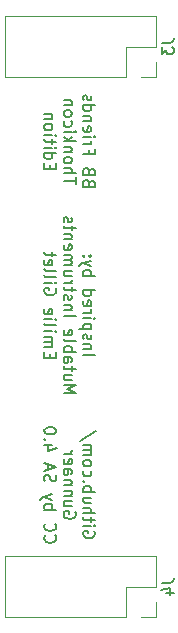
<source format=gbr>
%TF.GenerationSoftware,KiCad,Pcbnew,(5.1.6)-1*%
%TF.CreationDate,2020-10-18T20:28:26+13:00*%
%TF.ProjectId,Jacks onboard,4a61636b-7320-46f6-9e62-6f6172642e6b,rev?*%
%TF.SameCoordinates,Original*%
%TF.FileFunction,Legend,Bot*%
%TF.FilePolarity,Positive*%
%FSLAX46Y46*%
G04 Gerber Fmt 4.6, Leading zero omitted, Abs format (unit mm)*
G04 Created by KiCad (PCBNEW (5.1.6)-1) date 2020-10-18 20:28:26*
%MOMM*%
%LPD*%
G01*
G04 APERTURE LIST*
%ADD10C,0.150000*%
%ADD11C,0.120000*%
G04 APERTURE END LIST*
D10*
X184050000Y-93128571D02*
X184097619Y-93223809D01*
X184097619Y-93366666D01*
X184050000Y-93509523D01*
X183954761Y-93604761D01*
X183859523Y-93652380D01*
X183669047Y-93700000D01*
X183526190Y-93700000D01*
X183335714Y-93652380D01*
X183240476Y-93604761D01*
X183145238Y-93509523D01*
X183097619Y-93366666D01*
X183097619Y-93271428D01*
X183145238Y-93128571D01*
X183192857Y-93080952D01*
X183526190Y-93080952D01*
X183526190Y-93271428D01*
X183097619Y-92652380D02*
X183764285Y-92652380D01*
X184097619Y-92652380D02*
X184050000Y-92700000D01*
X184002380Y-92652380D01*
X184050000Y-92604761D01*
X184097619Y-92652380D01*
X184002380Y-92652380D01*
X183764285Y-92319047D02*
X183764285Y-91938095D01*
X184097619Y-92176190D02*
X183240476Y-92176190D01*
X183145238Y-92128571D01*
X183097619Y-92033333D01*
X183097619Y-91938095D01*
X183097619Y-91604761D02*
X184097619Y-91604761D01*
X183097619Y-91176190D02*
X183621428Y-91176190D01*
X183716666Y-91223809D01*
X183764285Y-91319047D01*
X183764285Y-91461904D01*
X183716666Y-91557142D01*
X183669047Y-91604761D01*
X183764285Y-90271428D02*
X183097619Y-90271428D01*
X183764285Y-90700000D02*
X183240476Y-90700000D01*
X183145238Y-90652380D01*
X183097619Y-90557142D01*
X183097619Y-90414285D01*
X183145238Y-90319047D01*
X183192857Y-90271428D01*
X183097619Y-89795238D02*
X184097619Y-89795238D01*
X183716666Y-89795238D02*
X183764285Y-89700000D01*
X183764285Y-89509523D01*
X183716666Y-89414285D01*
X183669047Y-89366666D01*
X183573809Y-89319047D01*
X183288095Y-89319047D01*
X183192857Y-89366666D01*
X183145238Y-89414285D01*
X183097619Y-89509523D01*
X183097619Y-89700000D01*
X183145238Y-89795238D01*
X183192857Y-88890476D02*
X183145238Y-88842857D01*
X183097619Y-88890476D01*
X183145238Y-88938095D01*
X183192857Y-88890476D01*
X183097619Y-88890476D01*
X183145238Y-87985714D02*
X183097619Y-88080952D01*
X183097619Y-88271428D01*
X183145238Y-88366666D01*
X183192857Y-88414285D01*
X183288095Y-88461904D01*
X183573809Y-88461904D01*
X183669047Y-88414285D01*
X183716666Y-88366666D01*
X183764285Y-88271428D01*
X183764285Y-88080952D01*
X183716666Y-87985714D01*
X183097619Y-87414285D02*
X183145238Y-87509523D01*
X183192857Y-87557142D01*
X183288095Y-87604761D01*
X183573809Y-87604761D01*
X183669047Y-87557142D01*
X183716666Y-87509523D01*
X183764285Y-87414285D01*
X183764285Y-87271428D01*
X183716666Y-87176190D01*
X183669047Y-87128571D01*
X183573809Y-87080952D01*
X183288095Y-87080952D01*
X183192857Y-87128571D01*
X183145238Y-87176190D01*
X183097619Y-87271428D01*
X183097619Y-87414285D01*
X183097619Y-86652380D02*
X183764285Y-86652380D01*
X183669047Y-86652380D02*
X183716666Y-86604761D01*
X183764285Y-86509523D01*
X183764285Y-86366666D01*
X183716666Y-86271428D01*
X183621428Y-86223809D01*
X183097619Y-86223809D01*
X183621428Y-86223809D02*
X183716666Y-86176190D01*
X183764285Y-86080952D01*
X183764285Y-85938095D01*
X183716666Y-85842857D01*
X183621428Y-85795238D01*
X183097619Y-85795238D01*
X184145238Y-84604761D02*
X182859523Y-85461904D01*
X182400000Y-91485714D02*
X182447619Y-91580952D01*
X182447619Y-91723809D01*
X182400000Y-91866666D01*
X182304761Y-91961904D01*
X182209523Y-92009523D01*
X182019047Y-92057142D01*
X181876190Y-92057142D01*
X181685714Y-92009523D01*
X181590476Y-91961904D01*
X181495238Y-91866666D01*
X181447619Y-91723809D01*
X181447619Y-91628571D01*
X181495238Y-91485714D01*
X181542857Y-91438095D01*
X181876190Y-91438095D01*
X181876190Y-91628571D01*
X182114285Y-90580952D02*
X181447619Y-90580952D01*
X182114285Y-91009523D02*
X181590476Y-91009523D01*
X181495238Y-90961904D01*
X181447619Y-90866666D01*
X181447619Y-90723809D01*
X181495238Y-90628571D01*
X181542857Y-90580952D01*
X182114285Y-90104761D02*
X181447619Y-90104761D01*
X182019047Y-90104761D02*
X182066666Y-90057142D01*
X182114285Y-89961904D01*
X182114285Y-89819047D01*
X182066666Y-89723809D01*
X181971428Y-89676190D01*
X181447619Y-89676190D01*
X182114285Y-89200000D02*
X181447619Y-89200000D01*
X182019047Y-89200000D02*
X182066666Y-89152380D01*
X182114285Y-89057142D01*
X182114285Y-88914285D01*
X182066666Y-88819047D01*
X181971428Y-88771428D01*
X181447619Y-88771428D01*
X181447619Y-87866666D02*
X181971428Y-87866666D01*
X182066666Y-87914285D01*
X182114285Y-88009523D01*
X182114285Y-88200000D01*
X182066666Y-88295238D01*
X181495238Y-87866666D02*
X181447619Y-87961904D01*
X181447619Y-88200000D01*
X181495238Y-88295238D01*
X181590476Y-88342857D01*
X181685714Y-88342857D01*
X181780952Y-88295238D01*
X181828571Y-88200000D01*
X181828571Y-87961904D01*
X181876190Y-87866666D01*
X181495238Y-87009523D02*
X181447619Y-87104761D01*
X181447619Y-87295238D01*
X181495238Y-87390476D01*
X181590476Y-87438095D01*
X181971428Y-87438095D01*
X182066666Y-87390476D01*
X182114285Y-87295238D01*
X182114285Y-87104761D01*
X182066666Y-87009523D01*
X181971428Y-86961904D01*
X181876190Y-86961904D01*
X181780952Y-87438095D01*
X181447619Y-86533333D02*
X182114285Y-86533333D01*
X181923809Y-86533333D02*
X182019047Y-86485714D01*
X182066666Y-86438095D01*
X182114285Y-86342857D01*
X182114285Y-86247619D01*
X179892857Y-93461904D02*
X179845238Y-93509523D01*
X179797619Y-93652380D01*
X179797619Y-93747619D01*
X179845238Y-93890476D01*
X179940476Y-93985714D01*
X180035714Y-94033333D01*
X180226190Y-94080952D01*
X180369047Y-94080952D01*
X180559523Y-94033333D01*
X180654761Y-93985714D01*
X180750000Y-93890476D01*
X180797619Y-93747619D01*
X180797619Y-93652380D01*
X180750000Y-93509523D01*
X180702380Y-93461904D01*
X179892857Y-92461904D02*
X179845238Y-92509523D01*
X179797619Y-92652380D01*
X179797619Y-92747619D01*
X179845238Y-92890476D01*
X179940476Y-92985714D01*
X180035714Y-93033333D01*
X180226190Y-93080952D01*
X180369047Y-93080952D01*
X180559523Y-93033333D01*
X180654761Y-92985714D01*
X180750000Y-92890476D01*
X180797619Y-92747619D01*
X180797619Y-92652380D01*
X180750000Y-92509523D01*
X180702380Y-92461904D01*
X179797619Y-91271428D02*
X180797619Y-91271428D01*
X180416666Y-91271428D02*
X180464285Y-91176190D01*
X180464285Y-90985714D01*
X180416666Y-90890476D01*
X180369047Y-90842857D01*
X180273809Y-90795238D01*
X179988095Y-90795238D01*
X179892857Y-90842857D01*
X179845238Y-90890476D01*
X179797619Y-90985714D01*
X179797619Y-91176190D01*
X179845238Y-91271428D01*
X180464285Y-90461904D02*
X179797619Y-90223809D01*
X180464285Y-89985714D02*
X179797619Y-90223809D01*
X179559523Y-90319047D01*
X179511904Y-90366666D01*
X179464285Y-90461904D01*
X179845238Y-88890476D02*
X179797619Y-88747619D01*
X179797619Y-88509523D01*
X179845238Y-88414285D01*
X179892857Y-88366666D01*
X179988095Y-88319047D01*
X180083333Y-88319047D01*
X180178571Y-88366666D01*
X180226190Y-88414285D01*
X180273809Y-88509523D01*
X180321428Y-88700000D01*
X180369047Y-88795238D01*
X180416666Y-88842857D01*
X180511904Y-88890476D01*
X180607142Y-88890476D01*
X180702380Y-88842857D01*
X180750000Y-88795238D01*
X180797619Y-88700000D01*
X180797619Y-88461904D01*
X180750000Y-88319047D01*
X180083333Y-87938095D02*
X180083333Y-87461904D01*
X179797619Y-88033333D02*
X180797619Y-87700000D01*
X179797619Y-87366666D01*
X180464285Y-85842857D02*
X179797619Y-85842857D01*
X180845238Y-86080952D02*
X180130952Y-86319047D01*
X180130952Y-85700000D01*
X179892857Y-85319047D02*
X179845238Y-85271428D01*
X179797619Y-85319047D01*
X179845238Y-85366666D01*
X179892857Y-85319047D01*
X179797619Y-85319047D01*
X180797619Y-84652380D02*
X180797619Y-84557142D01*
X180750000Y-84461904D01*
X180702380Y-84414285D01*
X180607142Y-84366666D01*
X180416666Y-84319047D01*
X180178571Y-84319047D01*
X179988095Y-84366666D01*
X179892857Y-84414285D01*
X179845238Y-84461904D01*
X179797619Y-84557142D01*
X179797619Y-84652380D01*
X179845238Y-84747619D01*
X179892857Y-84795238D01*
X179988095Y-84842857D01*
X180178571Y-84890476D01*
X180416666Y-84890476D01*
X180607142Y-84842857D01*
X180702380Y-84795238D01*
X180750000Y-84747619D01*
X180797619Y-84652380D01*
X183097619Y-78190476D02*
X184097619Y-78190476D01*
X183764285Y-77714285D02*
X183097619Y-77714285D01*
X183669047Y-77714285D02*
X183716666Y-77666666D01*
X183764285Y-77571428D01*
X183764285Y-77428571D01*
X183716666Y-77333333D01*
X183621428Y-77285714D01*
X183097619Y-77285714D01*
X183145238Y-76857142D02*
X183097619Y-76761904D01*
X183097619Y-76571428D01*
X183145238Y-76476190D01*
X183240476Y-76428571D01*
X183288095Y-76428571D01*
X183383333Y-76476190D01*
X183430952Y-76571428D01*
X183430952Y-76714285D01*
X183478571Y-76809523D01*
X183573809Y-76857142D01*
X183621428Y-76857142D01*
X183716666Y-76809523D01*
X183764285Y-76714285D01*
X183764285Y-76571428D01*
X183716666Y-76476190D01*
X183764285Y-76000000D02*
X182764285Y-76000000D01*
X183716666Y-76000000D02*
X183764285Y-75904761D01*
X183764285Y-75714285D01*
X183716666Y-75619047D01*
X183669047Y-75571428D01*
X183573809Y-75523809D01*
X183288095Y-75523809D01*
X183192857Y-75571428D01*
X183145238Y-75619047D01*
X183097619Y-75714285D01*
X183097619Y-75904761D01*
X183145238Y-76000000D01*
X183097619Y-75095238D02*
X183764285Y-75095238D01*
X184097619Y-75095238D02*
X184050000Y-75142857D01*
X184002380Y-75095238D01*
X184050000Y-75047619D01*
X184097619Y-75095238D01*
X184002380Y-75095238D01*
X183097619Y-74619047D02*
X183764285Y-74619047D01*
X183573809Y-74619047D02*
X183669047Y-74571428D01*
X183716666Y-74523809D01*
X183764285Y-74428571D01*
X183764285Y-74333333D01*
X183145238Y-73619047D02*
X183097619Y-73714285D01*
X183097619Y-73904761D01*
X183145238Y-74000000D01*
X183240476Y-74047619D01*
X183621428Y-74047619D01*
X183716666Y-74000000D01*
X183764285Y-73904761D01*
X183764285Y-73714285D01*
X183716666Y-73619047D01*
X183621428Y-73571428D01*
X183526190Y-73571428D01*
X183430952Y-74047619D01*
X183097619Y-72714285D02*
X184097619Y-72714285D01*
X183145238Y-72714285D02*
X183097619Y-72809523D01*
X183097619Y-73000000D01*
X183145238Y-73095238D01*
X183192857Y-73142857D01*
X183288095Y-73190476D01*
X183573809Y-73190476D01*
X183669047Y-73142857D01*
X183716666Y-73095238D01*
X183764285Y-73000000D01*
X183764285Y-72809523D01*
X183716666Y-72714285D01*
X183097619Y-71476190D02*
X184097619Y-71476190D01*
X183716666Y-71476190D02*
X183764285Y-71380952D01*
X183764285Y-71190476D01*
X183716666Y-71095238D01*
X183669047Y-71047619D01*
X183573809Y-71000000D01*
X183288095Y-71000000D01*
X183192857Y-71047619D01*
X183145238Y-71095238D01*
X183097619Y-71190476D01*
X183097619Y-71380952D01*
X183145238Y-71476190D01*
X183764285Y-70666666D02*
X183097619Y-70428571D01*
X183764285Y-70190476D02*
X183097619Y-70428571D01*
X182859523Y-70523809D01*
X182811904Y-70571428D01*
X182764285Y-70666666D01*
X183192857Y-69809523D02*
X183145238Y-69761904D01*
X183097619Y-69809523D01*
X183145238Y-69857142D01*
X183192857Y-69809523D01*
X183097619Y-69809523D01*
X183716666Y-69809523D02*
X183669047Y-69761904D01*
X183621428Y-69809523D01*
X183669047Y-69857142D01*
X183716666Y-69809523D01*
X183621428Y-69809523D01*
X181447619Y-81428571D02*
X182447619Y-81428571D01*
X181733333Y-81095238D01*
X182447619Y-80761904D01*
X181447619Y-80761904D01*
X182114285Y-79857142D02*
X181447619Y-79857142D01*
X182114285Y-80285714D02*
X181590476Y-80285714D01*
X181495238Y-80238095D01*
X181447619Y-80142857D01*
X181447619Y-80000000D01*
X181495238Y-79904761D01*
X181542857Y-79857142D01*
X182114285Y-79523809D02*
X182114285Y-79142857D01*
X182447619Y-79380952D02*
X181590476Y-79380952D01*
X181495238Y-79333333D01*
X181447619Y-79238095D01*
X181447619Y-79142857D01*
X181447619Y-78380952D02*
X181971428Y-78380952D01*
X182066666Y-78428571D01*
X182114285Y-78523809D01*
X182114285Y-78714285D01*
X182066666Y-78809523D01*
X181495238Y-78380952D02*
X181447619Y-78476190D01*
X181447619Y-78714285D01*
X181495238Y-78809523D01*
X181590476Y-78857142D01*
X181685714Y-78857142D01*
X181780952Y-78809523D01*
X181828571Y-78714285D01*
X181828571Y-78476190D01*
X181876190Y-78380952D01*
X181447619Y-77904761D02*
X182447619Y-77904761D01*
X182066666Y-77904761D02*
X182114285Y-77809523D01*
X182114285Y-77619047D01*
X182066666Y-77523809D01*
X182019047Y-77476190D01*
X181923809Y-77428571D01*
X181638095Y-77428571D01*
X181542857Y-77476190D01*
X181495238Y-77523809D01*
X181447619Y-77619047D01*
X181447619Y-77809523D01*
X181495238Y-77904761D01*
X181447619Y-76857142D02*
X181495238Y-76952380D01*
X181590476Y-77000000D01*
X182447619Y-77000000D01*
X181495238Y-76095238D02*
X181447619Y-76190476D01*
X181447619Y-76380952D01*
X181495238Y-76476190D01*
X181590476Y-76523809D01*
X181971428Y-76523809D01*
X182066666Y-76476190D01*
X182114285Y-76380952D01*
X182114285Y-76190476D01*
X182066666Y-76095238D01*
X181971428Y-76047619D01*
X181876190Y-76047619D01*
X181780952Y-76523809D01*
X181447619Y-74857142D02*
X182447619Y-74857142D01*
X182114285Y-74380952D02*
X181447619Y-74380952D01*
X182019047Y-74380952D02*
X182066666Y-74333333D01*
X182114285Y-74238095D01*
X182114285Y-74095238D01*
X182066666Y-74000000D01*
X181971428Y-73952380D01*
X181447619Y-73952380D01*
X181495238Y-73523809D02*
X181447619Y-73428571D01*
X181447619Y-73238095D01*
X181495238Y-73142857D01*
X181590476Y-73095238D01*
X181638095Y-73095238D01*
X181733333Y-73142857D01*
X181780952Y-73238095D01*
X181780952Y-73380952D01*
X181828571Y-73476190D01*
X181923809Y-73523809D01*
X181971428Y-73523809D01*
X182066666Y-73476190D01*
X182114285Y-73380952D01*
X182114285Y-73238095D01*
X182066666Y-73142857D01*
X182114285Y-72809523D02*
X182114285Y-72428571D01*
X182447619Y-72666666D02*
X181590476Y-72666666D01*
X181495238Y-72619047D01*
X181447619Y-72523809D01*
X181447619Y-72428571D01*
X181447619Y-72095238D02*
X182114285Y-72095238D01*
X181923809Y-72095238D02*
X182019047Y-72047619D01*
X182066666Y-72000000D01*
X182114285Y-71904761D01*
X182114285Y-71809523D01*
X182114285Y-71047619D02*
X181447619Y-71047619D01*
X182114285Y-71476190D02*
X181590476Y-71476190D01*
X181495238Y-71428571D01*
X181447619Y-71333333D01*
X181447619Y-71190476D01*
X181495238Y-71095238D01*
X181542857Y-71047619D01*
X181447619Y-70571428D02*
X182114285Y-70571428D01*
X182019047Y-70571428D02*
X182066666Y-70523809D01*
X182114285Y-70428571D01*
X182114285Y-70285714D01*
X182066666Y-70190476D01*
X181971428Y-70142857D01*
X181447619Y-70142857D01*
X181971428Y-70142857D02*
X182066666Y-70095238D01*
X182114285Y-70000000D01*
X182114285Y-69857142D01*
X182066666Y-69761904D01*
X181971428Y-69714285D01*
X181447619Y-69714285D01*
X181495238Y-68857142D02*
X181447619Y-68952380D01*
X181447619Y-69142857D01*
X181495238Y-69238095D01*
X181590476Y-69285714D01*
X181971428Y-69285714D01*
X182066666Y-69238095D01*
X182114285Y-69142857D01*
X182114285Y-68952380D01*
X182066666Y-68857142D01*
X181971428Y-68809523D01*
X181876190Y-68809523D01*
X181780952Y-69285714D01*
X182114285Y-68380952D02*
X181447619Y-68380952D01*
X182019047Y-68380952D02*
X182066666Y-68333333D01*
X182114285Y-68238095D01*
X182114285Y-68095238D01*
X182066666Y-68000000D01*
X181971428Y-67952380D01*
X181447619Y-67952380D01*
X182114285Y-67619047D02*
X182114285Y-67238095D01*
X182447619Y-67476190D02*
X181590476Y-67476190D01*
X181495238Y-67428571D01*
X181447619Y-67333333D01*
X181447619Y-67238095D01*
X181495238Y-66952380D02*
X181447619Y-66857142D01*
X181447619Y-66666666D01*
X181495238Y-66571428D01*
X181590476Y-66523809D01*
X181638095Y-66523809D01*
X181733333Y-66571428D01*
X181780952Y-66666666D01*
X181780952Y-66809523D01*
X181828571Y-66904761D01*
X181923809Y-66952380D01*
X181971428Y-66952380D01*
X182066666Y-66904761D01*
X182114285Y-66809523D01*
X182114285Y-66666666D01*
X182066666Y-66571428D01*
X180321428Y-78404761D02*
X180321428Y-78071428D01*
X179797619Y-77928571D02*
X179797619Y-78404761D01*
X180797619Y-78404761D01*
X180797619Y-77928571D01*
X179797619Y-77500000D02*
X180464285Y-77500000D01*
X180369047Y-77500000D02*
X180416666Y-77452380D01*
X180464285Y-77357142D01*
X180464285Y-77214285D01*
X180416666Y-77119047D01*
X180321428Y-77071428D01*
X179797619Y-77071428D01*
X180321428Y-77071428D02*
X180416666Y-77023809D01*
X180464285Y-76928571D01*
X180464285Y-76785714D01*
X180416666Y-76690476D01*
X180321428Y-76642857D01*
X179797619Y-76642857D01*
X179797619Y-76166666D02*
X180464285Y-76166666D01*
X180797619Y-76166666D02*
X180750000Y-76214285D01*
X180702380Y-76166666D01*
X180750000Y-76119047D01*
X180797619Y-76166666D01*
X180702380Y-76166666D01*
X179797619Y-75547619D02*
X179845238Y-75642857D01*
X179940476Y-75690476D01*
X180797619Y-75690476D01*
X179797619Y-75166666D02*
X180464285Y-75166666D01*
X180797619Y-75166666D02*
X180750000Y-75214285D01*
X180702380Y-75166666D01*
X180750000Y-75119047D01*
X180797619Y-75166666D01*
X180702380Y-75166666D01*
X179845238Y-74309523D02*
X179797619Y-74404761D01*
X179797619Y-74595238D01*
X179845238Y-74690476D01*
X179940476Y-74738095D01*
X180321428Y-74738095D01*
X180416666Y-74690476D01*
X180464285Y-74595238D01*
X180464285Y-74404761D01*
X180416666Y-74309523D01*
X180321428Y-74261904D01*
X180226190Y-74261904D01*
X180130952Y-74738095D01*
X180750000Y-72547619D02*
X180797619Y-72642857D01*
X180797619Y-72785714D01*
X180750000Y-72928571D01*
X180654761Y-73023809D01*
X180559523Y-73071428D01*
X180369047Y-73119047D01*
X180226190Y-73119047D01*
X180035714Y-73071428D01*
X179940476Y-73023809D01*
X179845238Y-72928571D01*
X179797619Y-72785714D01*
X179797619Y-72690476D01*
X179845238Y-72547619D01*
X179892857Y-72500000D01*
X180226190Y-72500000D01*
X180226190Y-72690476D01*
X179797619Y-72071428D02*
X180464285Y-72071428D01*
X180797619Y-72071428D02*
X180750000Y-72119047D01*
X180702380Y-72071428D01*
X180750000Y-72023809D01*
X180797619Y-72071428D01*
X180702380Y-72071428D01*
X179797619Y-71452380D02*
X179845238Y-71547619D01*
X179940476Y-71595238D01*
X180797619Y-71595238D01*
X179797619Y-70928571D02*
X179845238Y-71023809D01*
X179940476Y-71071428D01*
X180797619Y-71071428D01*
X179845238Y-70166666D02*
X179797619Y-70261904D01*
X179797619Y-70452380D01*
X179845238Y-70547619D01*
X179940476Y-70595238D01*
X180321428Y-70595238D01*
X180416666Y-70547619D01*
X180464285Y-70452380D01*
X180464285Y-70261904D01*
X180416666Y-70166666D01*
X180321428Y-70119047D01*
X180226190Y-70119047D01*
X180130952Y-70595238D01*
X180464285Y-69833333D02*
X180464285Y-69452380D01*
X180797619Y-69690476D02*
X179940476Y-69690476D01*
X179845238Y-69642857D01*
X179797619Y-69547619D01*
X179797619Y-69452380D01*
X183621428Y-63623809D02*
X183573809Y-63480952D01*
X183526190Y-63433333D01*
X183430952Y-63385714D01*
X183288095Y-63385714D01*
X183192857Y-63433333D01*
X183145238Y-63480952D01*
X183097619Y-63576190D01*
X183097619Y-63957142D01*
X184097619Y-63957142D01*
X184097619Y-63623809D01*
X184050000Y-63528571D01*
X184002380Y-63480952D01*
X183907142Y-63433333D01*
X183811904Y-63433333D01*
X183716666Y-63480952D01*
X183669047Y-63528571D01*
X183621428Y-63623809D01*
X183621428Y-63957142D01*
X183621428Y-62623809D02*
X183573809Y-62480952D01*
X183526190Y-62433333D01*
X183430952Y-62385714D01*
X183288095Y-62385714D01*
X183192857Y-62433333D01*
X183145238Y-62480952D01*
X183097619Y-62576190D01*
X183097619Y-62957142D01*
X184097619Y-62957142D01*
X184097619Y-62623809D01*
X184050000Y-62528571D01*
X184002380Y-62480952D01*
X183907142Y-62433333D01*
X183811904Y-62433333D01*
X183716666Y-62480952D01*
X183669047Y-62528571D01*
X183621428Y-62623809D01*
X183621428Y-62957142D01*
X183621428Y-60861904D02*
X183621428Y-61195238D01*
X183097619Y-61195238D02*
X184097619Y-61195238D01*
X184097619Y-60719047D01*
X183097619Y-60338095D02*
X183764285Y-60338095D01*
X183573809Y-60338095D02*
X183669047Y-60290476D01*
X183716666Y-60242857D01*
X183764285Y-60147619D01*
X183764285Y-60052380D01*
X183097619Y-59719047D02*
X183764285Y-59719047D01*
X184097619Y-59719047D02*
X184050000Y-59766666D01*
X184002380Y-59719047D01*
X184050000Y-59671428D01*
X184097619Y-59719047D01*
X184002380Y-59719047D01*
X183145238Y-58861904D02*
X183097619Y-58957142D01*
X183097619Y-59147619D01*
X183145238Y-59242857D01*
X183240476Y-59290476D01*
X183621428Y-59290476D01*
X183716666Y-59242857D01*
X183764285Y-59147619D01*
X183764285Y-58957142D01*
X183716666Y-58861904D01*
X183621428Y-58814285D01*
X183526190Y-58814285D01*
X183430952Y-59290476D01*
X183764285Y-58385714D02*
X183097619Y-58385714D01*
X183669047Y-58385714D02*
X183716666Y-58338095D01*
X183764285Y-58242857D01*
X183764285Y-58100000D01*
X183716666Y-58004761D01*
X183621428Y-57957142D01*
X183097619Y-57957142D01*
X183097619Y-57052380D02*
X184097619Y-57052380D01*
X183145238Y-57052380D02*
X183097619Y-57147619D01*
X183097619Y-57338095D01*
X183145238Y-57433333D01*
X183192857Y-57480952D01*
X183288095Y-57528571D01*
X183573809Y-57528571D01*
X183669047Y-57480952D01*
X183716666Y-57433333D01*
X183764285Y-57338095D01*
X183764285Y-57147619D01*
X183716666Y-57052380D01*
X183145238Y-56623809D02*
X183097619Y-56528571D01*
X183097619Y-56338095D01*
X183145238Y-56242857D01*
X183240476Y-56195238D01*
X183288095Y-56195238D01*
X183383333Y-56242857D01*
X183430952Y-56338095D01*
X183430952Y-56480952D01*
X183478571Y-56576190D01*
X183573809Y-56623809D01*
X183621428Y-56623809D01*
X183716666Y-56576190D01*
X183764285Y-56480952D01*
X183764285Y-56338095D01*
X183716666Y-56242857D01*
X182447619Y-63719047D02*
X182447619Y-63147619D01*
X181447619Y-63433333D02*
X182447619Y-63433333D01*
X181447619Y-62814285D02*
X182447619Y-62814285D01*
X181447619Y-62385714D02*
X181971428Y-62385714D01*
X182066666Y-62433333D01*
X182114285Y-62528571D01*
X182114285Y-62671428D01*
X182066666Y-62766666D01*
X182019047Y-62814285D01*
X181447619Y-61766666D02*
X181495238Y-61861904D01*
X181542857Y-61909523D01*
X181638095Y-61957142D01*
X181923809Y-61957142D01*
X182019047Y-61909523D01*
X182066666Y-61861904D01*
X182114285Y-61766666D01*
X182114285Y-61623809D01*
X182066666Y-61528571D01*
X182019047Y-61480952D01*
X181923809Y-61433333D01*
X181638095Y-61433333D01*
X181542857Y-61480952D01*
X181495238Y-61528571D01*
X181447619Y-61623809D01*
X181447619Y-61766666D01*
X182114285Y-61004761D02*
X181447619Y-61004761D01*
X182019047Y-61004761D02*
X182066666Y-60957142D01*
X182114285Y-60861904D01*
X182114285Y-60719047D01*
X182066666Y-60623809D01*
X181971428Y-60576190D01*
X181447619Y-60576190D01*
X181447619Y-60100000D02*
X182447619Y-60100000D01*
X181828571Y-60004761D02*
X181447619Y-59719047D01*
X182114285Y-59719047D02*
X181733333Y-60100000D01*
X181447619Y-59290476D02*
X182114285Y-59290476D01*
X182447619Y-59290476D02*
X182400000Y-59338095D01*
X182352380Y-59290476D01*
X182400000Y-59242857D01*
X182447619Y-59290476D01*
X182352380Y-59290476D01*
X181495238Y-58385714D02*
X181447619Y-58480952D01*
X181447619Y-58671428D01*
X181495238Y-58766666D01*
X181542857Y-58814285D01*
X181638095Y-58861904D01*
X181923809Y-58861904D01*
X182019047Y-58814285D01*
X182066666Y-58766666D01*
X182114285Y-58671428D01*
X182114285Y-58480952D01*
X182066666Y-58385714D01*
X181447619Y-57814285D02*
X181495238Y-57909523D01*
X181542857Y-57957142D01*
X181638095Y-58004761D01*
X181923809Y-58004761D01*
X182019047Y-57957142D01*
X182066666Y-57909523D01*
X182114285Y-57814285D01*
X182114285Y-57671428D01*
X182066666Y-57576190D01*
X182019047Y-57528571D01*
X181923809Y-57480952D01*
X181638095Y-57480952D01*
X181542857Y-57528571D01*
X181495238Y-57576190D01*
X181447619Y-57671428D01*
X181447619Y-57814285D01*
X182114285Y-57052380D02*
X181447619Y-57052380D01*
X182019047Y-57052380D02*
X182066666Y-57004761D01*
X182114285Y-56909523D01*
X182114285Y-56766666D01*
X182066666Y-56671428D01*
X181971428Y-56623809D01*
X181447619Y-56623809D01*
X180321428Y-62433333D02*
X180321428Y-62100000D01*
X179797619Y-61957142D02*
X179797619Y-62433333D01*
X180797619Y-62433333D01*
X180797619Y-61957142D01*
X179797619Y-61100000D02*
X180797619Y-61100000D01*
X179845238Y-61100000D02*
X179797619Y-61195238D01*
X179797619Y-61385714D01*
X179845238Y-61480952D01*
X179892857Y-61528571D01*
X179988095Y-61576190D01*
X180273809Y-61576190D01*
X180369047Y-61528571D01*
X180416666Y-61480952D01*
X180464285Y-61385714D01*
X180464285Y-61195238D01*
X180416666Y-61100000D01*
X179797619Y-60623809D02*
X180464285Y-60623809D01*
X180797619Y-60623809D02*
X180750000Y-60671428D01*
X180702380Y-60623809D01*
X180750000Y-60576190D01*
X180797619Y-60623809D01*
X180702380Y-60623809D01*
X180464285Y-60290476D02*
X180464285Y-59909523D01*
X180797619Y-60147619D02*
X179940476Y-60147619D01*
X179845238Y-60100000D01*
X179797619Y-60004761D01*
X179797619Y-59909523D01*
X179797619Y-59576190D02*
X180464285Y-59576190D01*
X180797619Y-59576190D02*
X180750000Y-59623809D01*
X180702380Y-59576190D01*
X180750000Y-59528571D01*
X180797619Y-59576190D01*
X180702380Y-59576190D01*
X179797619Y-58957142D02*
X179845238Y-59052380D01*
X179892857Y-59100000D01*
X179988095Y-59147619D01*
X180273809Y-59147619D01*
X180369047Y-59100000D01*
X180416666Y-59052380D01*
X180464285Y-58957142D01*
X180464285Y-58814285D01*
X180416666Y-58719047D01*
X180369047Y-58671428D01*
X180273809Y-58623809D01*
X179988095Y-58623809D01*
X179892857Y-58671428D01*
X179845238Y-58719047D01*
X179797619Y-58814285D01*
X179797619Y-58957142D01*
X180464285Y-58195238D02*
X179797619Y-58195238D01*
X180369047Y-58195238D02*
X180416666Y-58147619D01*
X180464285Y-58052380D01*
X180464285Y-57909523D01*
X180416666Y-57814285D01*
X180321428Y-57766666D01*
X179797619Y-57766666D01*
D11*
%TO.C,J3*%
X176470000Y-54670000D02*
X176470000Y-49470000D01*
X186690000Y-54670000D02*
X176470000Y-54670000D01*
X189290000Y-49470000D02*
X176470000Y-49470000D01*
X186690000Y-54670000D02*
X186690000Y-52070000D01*
X186690000Y-52070000D02*
X189290000Y-52070000D01*
X189290000Y-52070000D02*
X189290000Y-49470000D01*
X187960000Y-54670000D02*
X189290000Y-54670000D01*
X189290000Y-54670000D02*
X189290000Y-53340000D01*
%TO.C,J4*%
X189290000Y-100390000D02*
X189290000Y-99060000D01*
X187960000Y-100390000D02*
X189290000Y-100390000D01*
X189290000Y-97790000D02*
X189290000Y-95190000D01*
X186690000Y-97790000D02*
X189290000Y-97790000D01*
X186690000Y-100390000D02*
X186690000Y-97790000D01*
X189290000Y-95190000D02*
X176470000Y-95190000D01*
X186690000Y-100390000D02*
X176470000Y-100390000D01*
X176470000Y-100390000D02*
X176470000Y-95190000D01*
%TO.C,J3*%
D10*
X189742380Y-51736666D02*
X190456666Y-51736666D01*
X190599523Y-51689047D01*
X190694761Y-51593809D01*
X190742380Y-51450952D01*
X190742380Y-51355714D01*
X189742380Y-52117619D02*
X189742380Y-52736666D01*
X190123333Y-52403333D01*
X190123333Y-52546190D01*
X190170952Y-52641428D01*
X190218571Y-52689047D01*
X190313809Y-52736666D01*
X190551904Y-52736666D01*
X190647142Y-52689047D01*
X190694761Y-52641428D01*
X190742380Y-52546190D01*
X190742380Y-52260476D01*
X190694761Y-52165238D01*
X190647142Y-52117619D01*
%TO.C,J4*%
X189742380Y-97456666D02*
X190456666Y-97456666D01*
X190599523Y-97409047D01*
X190694761Y-97313809D01*
X190742380Y-97170952D01*
X190742380Y-97075714D01*
X190075714Y-98361428D02*
X190742380Y-98361428D01*
X189694761Y-98123333D02*
X190409047Y-97885238D01*
X190409047Y-98504285D01*
%TD*%
M02*

</source>
